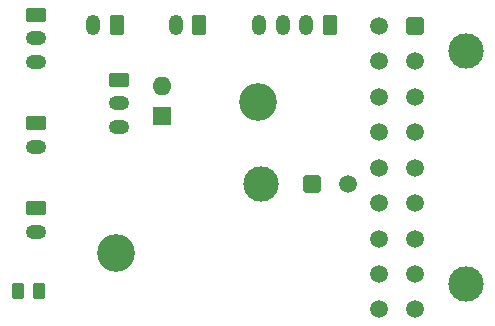
<source format=gbr>
%TF.GenerationSoftware,KiCad,Pcbnew,(6.0.5-0)*%
%TF.CreationDate,2022-05-29T18:31:12+08:00*%
%TF.ProjectId,StealthBurner,53746561-6c74-4684-9275-726e65722e6b,Bata1*%
%TF.SameCoordinates,Original*%
%TF.FileFunction,Soldermask,Top*%
%TF.FilePolarity,Negative*%
%FSLAX46Y46*%
G04 Gerber Fmt 4.6, Leading zero omitted, Abs format (unit mm)*
G04 Created by KiCad (PCBNEW (6.0.5-0)) date 2022-05-29 18:31:12*
%MOMM*%
%LPD*%
G01*
G04 APERTURE LIST*
G04 Aperture macros list*
%AMRoundRect*
0 Rectangle with rounded corners*
0 $1 Rounding radius*
0 $2 $3 $4 $5 $6 $7 $8 $9 X,Y pos of 4 corners*
0 Add a 4 corners polygon primitive as box body*
4,1,4,$2,$3,$4,$5,$6,$7,$8,$9,$2,$3,0*
0 Add four circle primitives for the rounded corners*
1,1,$1+$1,$2,$3*
1,1,$1+$1,$4,$5*
1,1,$1+$1,$6,$7*
1,1,$1+$1,$8,$9*
0 Add four rect primitives between the rounded corners*
20,1,$1+$1,$2,$3,$4,$5,0*
20,1,$1+$1,$4,$5,$6,$7,0*
20,1,$1+$1,$6,$7,$8,$9,0*
20,1,$1+$1,$8,$9,$2,$3,0*%
G04 Aperture macros list end*
%ADD10RoundRect,0.250000X0.350000X0.625000X-0.350000X0.625000X-0.350000X-0.625000X0.350000X-0.625000X0*%
%ADD11O,1.200000X1.750000*%
%ADD12RoundRect,0.250000X0.262500X0.450000X-0.262500X0.450000X-0.262500X-0.450000X0.262500X-0.450000X0*%
%ADD13RoundRect,0.250000X-0.625000X0.350000X-0.625000X-0.350000X0.625000X-0.350000X0.625000X0.350000X0*%
%ADD14O,1.750000X1.200000*%
%ADD15C,3.000000*%
%ADD16RoundRect,0.250001X-0.499999X0.499999X-0.499999X-0.499999X0.499999X-0.499999X0.499999X0.499999X0*%
%ADD17C,1.500000*%
%ADD18RoundRect,0.250001X0.499999X-0.499999X0.499999X0.499999X-0.499999X0.499999X-0.499999X-0.499999X0*%
%ADD19R,1.600000X1.600000*%
%ADD20O,1.600000X1.600000*%
%ADD21C,3.200000*%
G04 APERTURE END LIST*
D10*
%TO.C,J5*%
X136037370Y-92641658D03*
D11*
X134037370Y-92641658D03*
%TD*%
D12*
%TO.C,TH1*%
X129499688Y-115214398D03*
X127674688Y-115214398D03*
%TD*%
D13*
%TO.C,J8*%
X129247970Y-91796058D03*
D14*
X129247970Y-93796058D03*
X129247970Y-95796058D03*
%TD*%
D13*
%TO.C,J6*%
X129247970Y-108169198D03*
D14*
X129247970Y-110169198D03*
%TD*%
D15*
%TO.C,J9*%
X165604970Y-114610000D03*
X165604970Y-94910000D03*
D16*
X161284970Y-92750000D03*
D17*
X161284970Y-95750000D03*
X161284970Y-98750000D03*
X161284970Y-101750000D03*
X161284970Y-104750000D03*
X161284970Y-107750000D03*
X161284970Y-110750000D03*
X161284970Y-113750000D03*
X161284970Y-116750000D03*
X158284970Y-92750000D03*
X158284970Y-95750000D03*
X158284970Y-98750000D03*
X158284970Y-101750000D03*
X158284970Y-104750000D03*
X158284970Y-107750000D03*
X158284970Y-110750000D03*
X158284970Y-113750000D03*
X158284970Y-116750000D03*
%TD*%
D10*
%TO.C,J2*%
X154099570Y-92641658D03*
D11*
X152099570Y-92641658D03*
X150099570Y-92641658D03*
X148099570Y-92641658D03*
%TD*%
D15*
%TO.C,J3*%
X148270000Y-106110000D03*
D18*
X152590000Y-106110000D03*
D17*
X155590000Y-106110000D03*
%TD*%
D19*
%TO.C,D1*%
X139900000Y-100390000D03*
D20*
X139900000Y-97850000D03*
%TD*%
D13*
%TO.C,J1*%
X136270000Y-97300000D03*
D14*
X136270000Y-99300000D03*
X136270000Y-101300000D03*
%TD*%
D21*
%TO.C,M2*%
X136000000Y-112000000D03*
%TD*%
%TO.C,M1*%
X148000000Y-99230000D03*
%TD*%
D10*
%TO.C,J4*%
X143022370Y-92641658D03*
D11*
X141022370Y-92641658D03*
%TD*%
D13*
%TO.C,J7*%
X129247970Y-100974858D03*
D14*
X129247970Y-102974858D03*
%TD*%
M02*

</source>
